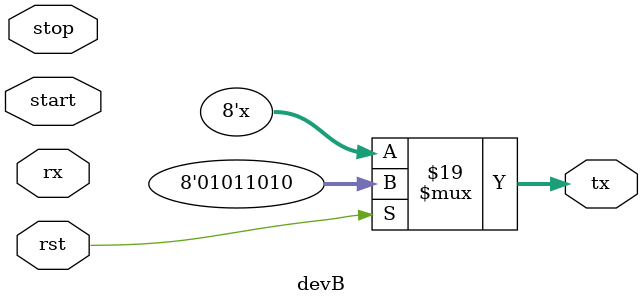
<source format=sv>
module top_uart(    
    input rst,

    output [7:0] transmit_dataA,
    output [7:0] transmit_dataB,
    output [7:0]  receive_dataA,
    output [7:0]  receive_dataB
);
    wire start_a, start_b;
    wire stop_a, stop_b;

    wire [7:0] trx_a, trx_b;

  	devA d0(.rst(rst), .start(start_a), .stop(stop_a), .rx(trx_b), .tx(trx_a));
    devB d1(.rst(rst), .start(start_b), .stop(stop_b), .rx(trx_a), .tx(trx_b));
    

    assign transmit_dataA = trx_a;
    assign transmit_dataB = trx_b;
  
    assign receive_dataA  = trx_b;
    assign receive_dataB  = trx_a;

endmodule

module devA(
  input wire rst,
  
  input wire start, 
  input wire stop,
  
  input wire [7:0] rx,
  output reg [7:0] tx
  
);
  
  localparam STATE_IDLE  = 0;
  localparam STATE_START = 1;
  localparam STATE_DATA  = 2;
  localparam STATE_STOP  = 3;
  
  reg [1:0] state;
  reg [7:0] data_out;
  reg [7:0] count;
  
  always @(*) begin
    if(rst) begin
    	state    = STATE_IDLE;
        count    = 7;
        data_out = 8'hFF;
        tx       = 8'h4D; 
    end
    
    else begin
      case(state)
        
        STATE_IDLE: begin
          
          if(start) begin
          	state = STATE_START;
          end
          else state = STATE_IDLE;
        
        end
        
        STATE_START: state = STATE_DATA;
        
        STATE_DATA: begin
            if(count > 0) begin   
                state = STATE_DATA;  
                data_out[count] = tx[count];
                count = count - 1;
            end
            else state = STATE_STOP;
        end

        STATE_STOP: begin
            if(stop) state = STATE_IDLE;
            else state = STATE_STOP;
        end
        
      endcase
    end

  end

endmodule

module devB(
  input wire rst,
  
  input wire start,
  input wire stop,
  
  input wire [7:0] rx,
  output reg [7:0] tx
  
);
  
  localparam STATE_IDLE  = 0;
  localparam STATE_START = 1;
  localparam STATE_DATA  = 2;
  localparam STATE_STOP  = 3;
  
  reg state;
  reg [7:0] data_out;
  reg [7:0] count;
  
  always @(*) begin
    if(rst) begin
    	state    = STATE_IDLE;
        count    = 7;
        data_out = 8'hFF;
        tx       = 8'h5A;
    end
    
    else begin
      case(state)
        
        STATE_IDLE: begin
          data_out = 8'hFF;
          if(start) begin
          	state = STATE_START;
          end
          else state = STATE_IDLE;
        
        end
        
        STATE_START: state = STATE_DATA;
        
        STATE_DATA: begin
            if(count > 0) begin   
                state = STATE_DATA;  
                data_out[count] = tx[count];
                count = count - 1;
            end
            else state = STATE_STOP;
        end

        STATE_STOP: begin
            if(stop) state = STATE_IDLE;
            else state = STATE_STOP;
        end
        
      endcase
    end

  end

endmodule


</source>
